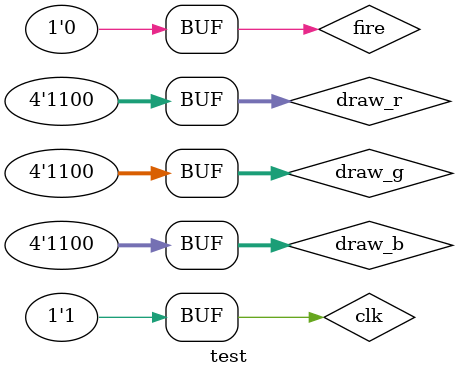
<source format=v>
`timescale 1ns / 1ps


module test();
    wire[3:0] pix_r, pix_g, pix_b;
    wire vsync, hsync;
    reg clk;
    wire[3:0] draw_r, draw_g, draw_b;
    reg fire, left, right;
    assign draw_r = 12;
    assign draw_b = 12;
    assign draw_g = 12;
    game_top gt1(.clk(clk), .fire(fire), .right(right), .left(left), .pix_r(pix_r), .pix_g(pix_g), .pix_b(pix_b), .hsync(hsync), .vsync(vsync));
    always begin
    clk = 0;
    fire = 1;
    #5 clk = 1; fire = 0;
    #5 ;
    end
endmodule

</source>
